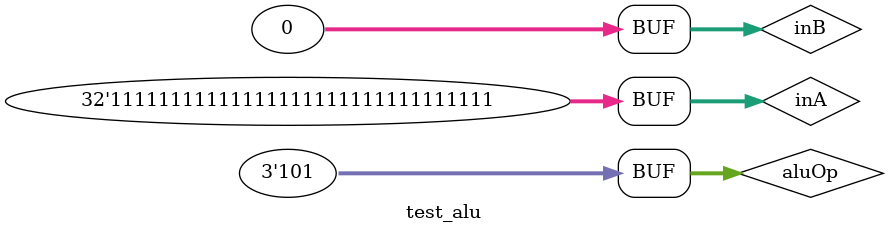
<source format=v>
`timescale 1ns / 1ps
`include "ALU.v"

module test_alu;

	// Inputs
	reg [31:0] inA;
	reg [31:0] inB;
	reg [2:0] aluOp;

	// Outputs
	wire zero;
	wire [31:0] out;

	// Instantiate the Unit Under Test (UUT)
	ALU uut (
		.inA(inA), 
		.inB(inB), 
		.aluOp(aluOp), 
		.zero(zero), 
		.out(out)
	);

	initial begin
		// Initialize Inputs
		inA = 0;
		inB = 0;
		aluOp = 0;
		aluOp = 3'b101;
		inA = 0;
		#10
		inA = -1;
		// Wait 100 ns for global reset to finish
		#100;
        
		// Add stimulus here

	end
      
endmodule


</source>
